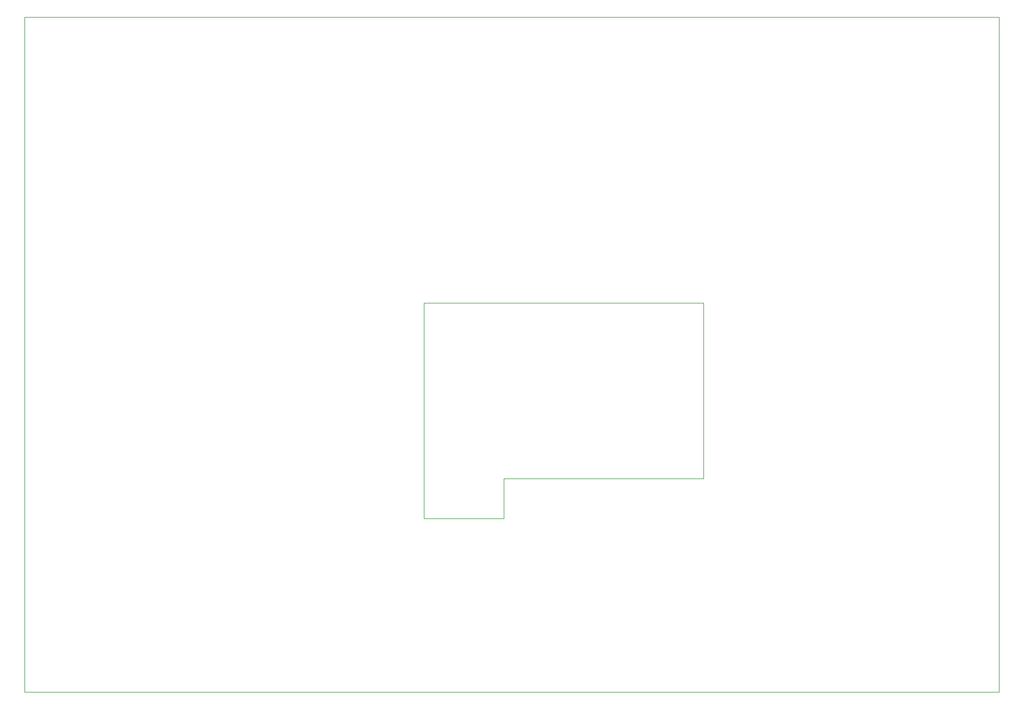
<source format=gbr>
G04 (created by PCBNEW (2013-07-07 BZR 4022)-stable) date 6/15/2016 8:06:16 PM*
%MOIN*%
G04 Gerber Fmt 3.4, Leading zero omitted, Abs format*
%FSLAX34Y34*%
G01*
G70*
G90*
G04 APERTURE LIST*
%ADD10C,0.00590551*%
%ADD11C,0.00393701*%
G04 APERTURE END LIST*
G54D10*
G54D11*
X53000Y-50150D02*
X54000Y-50150D01*
X48000Y-50600D02*
X48000Y-52650D01*
X53000Y-50600D02*
X53000Y-52650D01*
X84000Y-63500D02*
X84000Y-21250D01*
X23000Y-63500D02*
X84000Y-63500D01*
X23000Y-21250D02*
X23000Y-63500D01*
X84000Y-21250D02*
X23000Y-21250D01*
X53000Y-50650D02*
X53000Y-50150D01*
X48000Y-52650D02*
X53000Y-52650D01*
X48000Y-50150D02*
X48000Y-50650D01*
X65500Y-50150D02*
X54000Y-50150D01*
X65500Y-39150D02*
X65500Y-50150D01*
X65500Y-39150D02*
X48000Y-39150D01*
X48000Y-39150D02*
X48000Y-50150D01*
M02*

</source>
